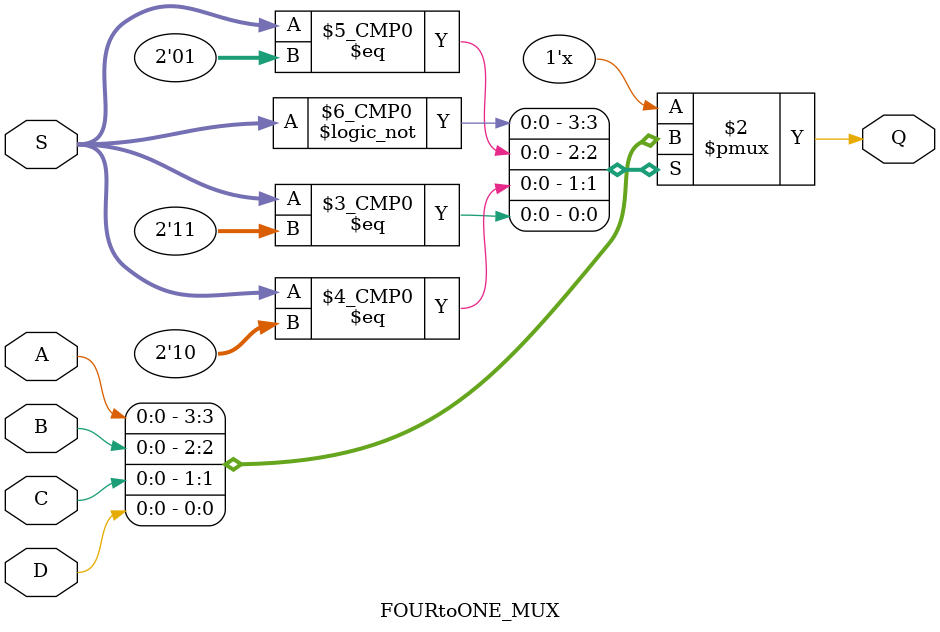
<source format=v>
module FOURtoONE_MUX (A, B, C, D, S, Q);
	input A, B, C, D;
	input [1:0]S;
	output reg Q;
	
	always @ * begin 
		case (S)
			2'b00: Q=A;
			2'b01: Q=B;
			2'b10: Q=C;
			2'b11: Q=D;
		endcase 
	end 
endmodule 
</source>
